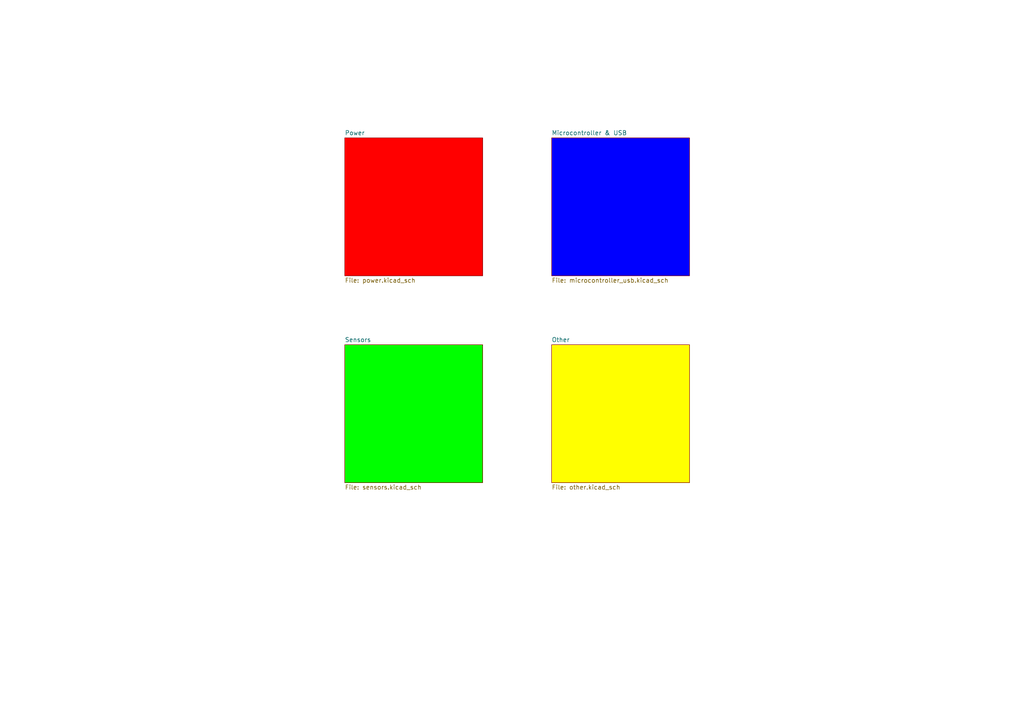
<source format=kicad_sch>
(kicad_sch (version 20230121) (generator eeschema)
  (paper "A4")
  (lib_symbols)
  (sheet (at 160 40) (size 40 40) (stroke (width 0.1524)) (fill (color 0 0 255 1.0000))
    (property "Sheetname" "Microcontroller & USB" (at 160 39.2884 0) (effects (justify left bottom)))
    (property "Sheetfile" "microcontroller_usb.kicad_sch" (at 160 80.5846 0) (effects (justify left top)))
  )
  (sheet (at 100 40) (size 40 40) (stroke (width 0.1524)) (fill (color 255 0 0 1.0000))
    (property "Sheetname" "Power" (at 100 39.2884 0) (effects (justify left bottom)))
    (property "Sheetfile" "power.kicad_sch" (at 100 80.5846 0) (effects (justify left top)))
  )
  (sheet (at 160 100) (size 40 40) (stroke (width 0.1524)) (fill (color 255 255 0 1.0000))
    (property "Sheetname" "Other" (at 160 99.2884 0) (effects (justify left bottom)))
    (property "Sheetfile" "other.kicad_sch" (at 160 140.5846 0) (effects (justify left top)))
  )
  (sheet (at 100 100) (size 40 40) (stroke (width 0.1524)) (fill (color 0 255 0 1.0000))
    (property "Sheetname" "Sensors" (at 100 99.2884 0) (effects (justify left bottom)))
    (property "Sheetfile" "sensors.kicad_sch" (at 100 140.5846 0) (effects (justify left top)))
  )
)
</source>
